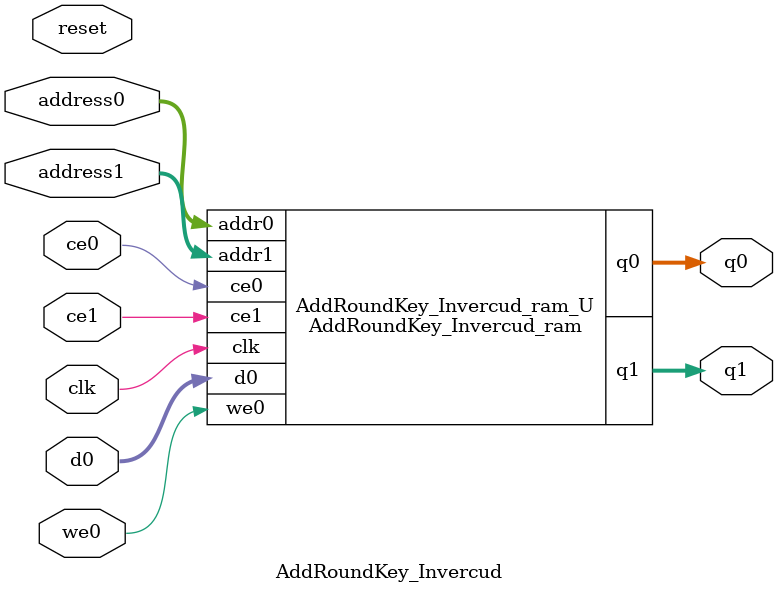
<source format=v>
`timescale 1 ns / 1 ps
module AddRoundKey_Invercud_ram (addr0, ce0, d0, we0, q0, addr1, ce1, q1,  clk);

parameter DWIDTH = 32;
parameter AWIDTH = 5;
parameter MEM_SIZE = 32;

input[AWIDTH-1:0] addr0;
input ce0;
input[DWIDTH-1:0] d0;
input we0;
output reg[DWIDTH-1:0] q0;
input[AWIDTH-1:0] addr1;
input ce1;
output reg[DWIDTH-1:0] q1;
input clk;

(* ram_style = "block" *)reg [DWIDTH-1:0] ram[0:MEM_SIZE-1];




always @(posedge clk)  
begin 
    if (ce0) 
    begin
        if (we0) 
        begin 
            ram[addr0] <= d0; 
        end 
        q0 <= ram[addr0];
    end
end


always @(posedge clk)  
begin 
    if (ce1) 
    begin
        q1 <= ram[addr1];
    end
end


endmodule

`timescale 1 ns / 1 ps
module AddRoundKey_Invercud(
    reset,
    clk,
    address0,
    ce0,
    we0,
    d0,
    q0,
    address1,
    ce1,
    q1);

parameter DataWidth = 32'd32;
parameter AddressRange = 32'd32;
parameter AddressWidth = 32'd5;
input reset;
input clk;
input[AddressWidth - 1:0] address0;
input ce0;
input we0;
input[DataWidth - 1:0] d0;
output[DataWidth - 1:0] q0;
input[AddressWidth - 1:0] address1;
input ce1;
output[DataWidth - 1:0] q1;



AddRoundKey_Invercud_ram AddRoundKey_Invercud_ram_U(
    .clk( clk ),
    .addr0( address0 ),
    .ce0( ce0 ),
    .we0( we0 ),
    .d0( d0 ),
    .q0( q0 ),
    .addr1( address1 ),
    .ce1( ce1 ),
    .q1( q1 ));

endmodule


</source>
